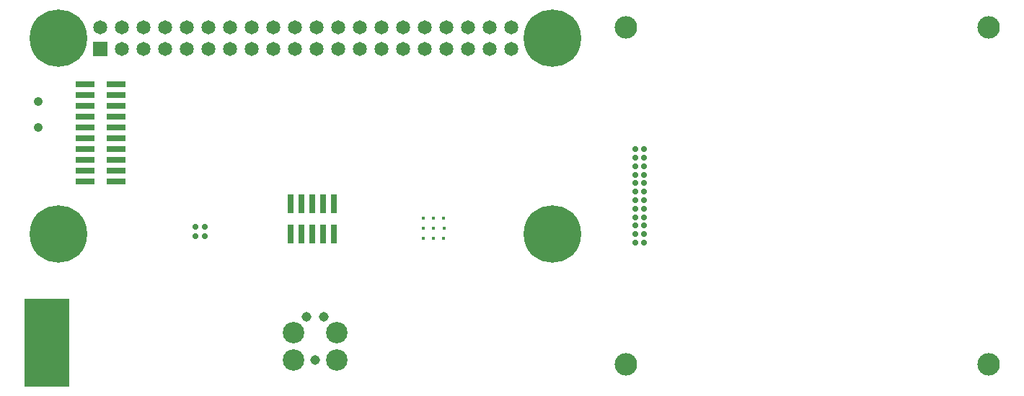
<source format=gbs>
G04 Layer_Color=16711935*
%FSLAX25Y25*%
%MOIN*%
G70*
G01*
G75*
%ADD93R,0.20600X0.40600*%
%ADD106C,0.26575*%
%ADD107R,0.06506X0.06506*%
%ADD108C,0.06506*%
%ADD109C,0.10400*%
%ADD110C,0.02800*%
%ADD111C,0.04143*%
%ADD112C,0.09950*%
%ADD113C,0.04500*%
%ADD114C,0.01772*%
%ADD115R,0.03159X0.08868*%
%ADD116R,0.08868X0.03159*%
D93*
X10500Y-97000D02*
D03*
D106*
X244346Y44000D02*
D03*
Y-46551D02*
D03*
X16000Y44000D02*
D03*
Y-46551D02*
D03*
D107*
X35173Y39000D02*
D03*
D108*
X45173D02*
D03*
X55173D02*
D03*
X65173D02*
D03*
X75173D02*
D03*
X85173D02*
D03*
X95173D02*
D03*
X105173D02*
D03*
X115173D02*
D03*
X125173D02*
D03*
X135173D02*
D03*
X145173D02*
D03*
X155173D02*
D03*
X165173D02*
D03*
X175173D02*
D03*
X185173D02*
D03*
X195173D02*
D03*
X205173D02*
D03*
X215173D02*
D03*
X225173D02*
D03*
X35173Y49000D02*
D03*
X45173D02*
D03*
X55173D02*
D03*
X65173D02*
D03*
X75173D02*
D03*
X85173D02*
D03*
X95173D02*
D03*
X105173D02*
D03*
X115173D02*
D03*
X125173D02*
D03*
X135173D02*
D03*
X145173D02*
D03*
X155173D02*
D03*
X165173D02*
D03*
X175173D02*
D03*
X185173D02*
D03*
X195173D02*
D03*
X205173D02*
D03*
X215173D02*
D03*
X225173D02*
D03*
D109*
X445953Y48921D02*
D03*
Y-106984D02*
D03*
X278236Y48921D02*
D03*
Y-106984D02*
D03*
D110*
X282733Y-50685D02*
D03*
X286669D02*
D03*
X282733Y-46748D02*
D03*
X286669D02*
D03*
X282733Y-42811D02*
D03*
X286669D02*
D03*
X282733Y-38874D02*
D03*
X286669D02*
D03*
X282733Y-34937D02*
D03*
X286669D02*
D03*
X282733Y-31000D02*
D03*
X286669D02*
D03*
X282733Y-27063D02*
D03*
X286669D02*
D03*
X282733Y-23126D02*
D03*
X286669D02*
D03*
X282733Y-19189D02*
D03*
X286669D02*
D03*
X282733Y-15252D02*
D03*
X286669D02*
D03*
X282733Y-11315D02*
D03*
X286669D02*
D03*
X282733Y-7378D02*
D03*
X286669D02*
D03*
X79287Y-43256D02*
D03*
X83618D02*
D03*
X79287Y-47587D02*
D03*
X83618D02*
D03*
D111*
X6500Y14500D02*
D03*
Y2689D02*
D03*
D112*
X144500Y-92500D02*
D03*
X124500D02*
D03*
X144500Y-105000D02*
D03*
X124500D02*
D03*
D113*
X138500Y-85000D02*
D03*
X130500D02*
D03*
X134500Y-105000D02*
D03*
D114*
X194421Y-44000D02*
D03*
X194028Y-48724D02*
D03*
Y-39276D02*
D03*
X189303D02*
D03*
Y-44000D02*
D03*
X184579D02*
D03*
Y-48724D02*
D03*
X189303D02*
D03*
X184579Y-39276D02*
D03*
D115*
X143100Y-32613D02*
D03*
X138100D02*
D03*
X133100D02*
D03*
X128100D02*
D03*
X123100D02*
D03*
X143100Y-46787D02*
D03*
X138100D02*
D03*
X133100D02*
D03*
X128100D02*
D03*
X123100D02*
D03*
D116*
X42587Y-2500D02*
D03*
X28413D02*
D03*
X42587Y-22500D02*
D03*
Y-17500D02*
D03*
Y-12500D02*
D03*
Y-7500D02*
D03*
Y2500D02*
D03*
Y7500D02*
D03*
Y12500D02*
D03*
Y17500D02*
D03*
Y22500D02*
D03*
X28413Y-22500D02*
D03*
Y-17500D02*
D03*
Y-12500D02*
D03*
Y-7500D02*
D03*
Y2500D02*
D03*
Y7500D02*
D03*
Y12500D02*
D03*
Y17500D02*
D03*
Y22500D02*
D03*
M02*

</source>
